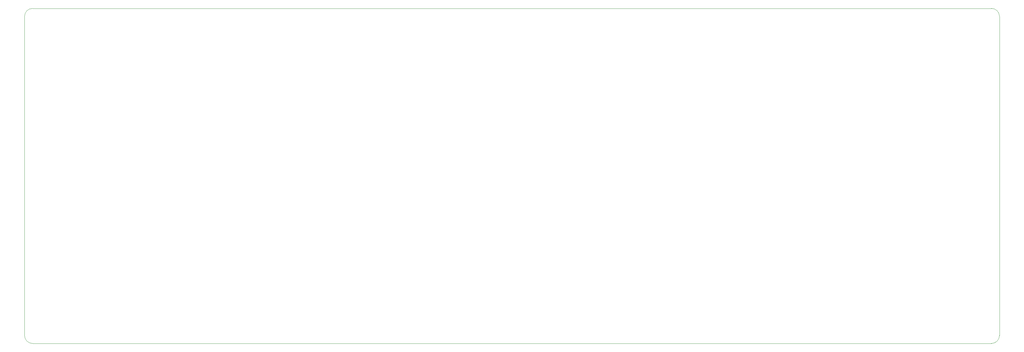
<source format=gm1>
G04 #@! TF.GenerationSoftware,KiCad,Pcbnew,(6.0.6)*
G04 #@! TF.CreationDate,2022-07-10T20:54:54+03:00*
G04 #@! TF.ProjectId,Keyboard-60,4b657962-6f61-4726-942d-3630252e6b69,rev?*
G04 #@! TF.SameCoordinates,Original*
G04 #@! TF.FileFunction,Profile,NP*
%FSLAX46Y46*%
G04 Gerber Fmt 4.6, Leading zero omitted, Abs format (unit mm)*
G04 Created by KiCad (PCBNEW (6.0.6)) date 2022-07-10 20:54:54*
%MOMM*%
%LPD*%
G01*
G04 APERTURE LIST*
G04 #@! TA.AperFunction,Profile*
%ADD10C,0.100000*%
G04 #@! TD*
G04 APERTURE END LIST*
D10*
X43307000Y-158369000D02*
X329057000Y-158369000D01*
X331438250Y-155987750D02*
X331438250Y-60737750D01*
X40925700Y-155987750D02*
G75*
G03*
X43307000Y-158369000I2381300J50D01*
G01*
X331438200Y-60737750D02*
G75*
G03*
X329057000Y-58356500I-2381300J-50D01*
G01*
X329057000Y-58356500D02*
X43307000Y-58356500D01*
X329057000Y-158369050D02*
G75*
G03*
X331438250Y-155987750I0J2381250D01*
G01*
X43307000Y-58356500D02*
G75*
G03*
X40925750Y-60737750I0J-2381250D01*
G01*
X40925750Y-60737750D02*
X40925750Y-155987750D01*
M02*

</source>
